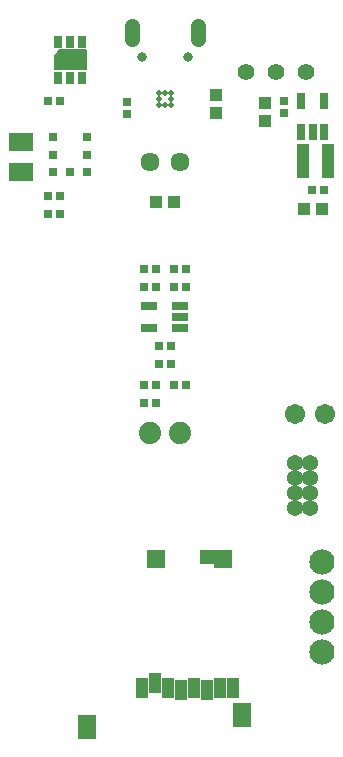
<source format=gbs>
G75*
G70*
%OFA0B0*%
%FSLAX24Y24*%
%IPPOS*%
%LPD*%
%AMOC8*
5,1,8,0,0,1.08239X$1,22.5*
%
%ADD10R,0.0395X0.0671*%
%ADD11R,0.0592X0.0631*%
%ADD12R,0.0631X0.0828*%
%ADD13R,0.0474X0.0454*%
%ADD14R,0.0552X0.0297*%
%ADD15R,0.0316X0.0316*%
%ADD16R,0.0277X0.0316*%
%ADD17R,0.0316X0.0277*%
%ADD18R,0.0159X0.0159*%
%ADD19R,0.0277X0.0395*%
%ADD20C,0.0050*%
%ADD21C,0.0200*%
%ADD22R,0.0828X0.0631*%
%ADD23R,0.0395X0.0434*%
%ADD24C,0.0556*%
%ADD25C,0.0634*%
%ADD26R,0.0434X0.0395*%
%ADD27C,0.0674*%
%ADD28C,0.0513*%
%ADD29C,0.0316*%
%ADD30R,0.0297X0.0552*%
%ADD31R,0.0395X0.1143*%
%ADD32C,0.0840*%
%ADD33C,0.0740*%
%ADD34C,0.0540*%
D10*
X005492Y003857D03*
X005925Y004014D03*
X006358Y003857D03*
X006791Y003778D03*
X007224Y003857D03*
X007657Y003778D03*
X008090Y003857D03*
X008523Y003857D03*
D11*
X008204Y008132D03*
X005960Y008132D03*
D12*
X003657Y002561D03*
X008834Y002955D03*
D13*
X007657Y008221D03*
D14*
X006767Y015834D03*
X006767Y016209D03*
X006767Y016583D03*
X005744Y016583D03*
X005744Y015834D03*
D15*
X006056Y015259D03*
X006456Y015259D03*
X006456Y014659D03*
X006056Y014659D03*
X005956Y013959D03*
X005556Y013959D03*
X005556Y013359D03*
X005956Y013359D03*
X006556Y013959D03*
X006956Y013959D03*
X006956Y017209D03*
X006556Y017209D03*
X006556Y017809D03*
X006956Y017809D03*
X005956Y017809D03*
X005556Y017809D03*
X005556Y017209D03*
X005956Y017209D03*
X002750Y019659D03*
X002350Y019659D03*
X002350Y020259D03*
X002750Y020259D03*
X005000Y022977D03*
X005000Y023377D03*
X002750Y023409D03*
X002350Y023409D03*
X010220Y023399D03*
X010220Y022999D03*
X011150Y020449D03*
X011550Y020449D03*
D16*
X003677Y021034D03*
X003677Y021625D03*
X003677Y022215D03*
X002535Y022215D03*
X002535Y021625D03*
X002535Y021034D03*
D17*
X003106Y021034D03*
D18*
X003106Y024774D03*
D19*
X003106Y024184D03*
X003500Y024184D03*
X002712Y024184D03*
X002712Y025365D03*
X003106Y025365D03*
X003500Y025365D03*
D20*
X003628Y025099D02*
X003628Y024469D01*
X002594Y024469D01*
X002594Y024922D01*
X002771Y025099D01*
X003628Y025099D01*
X003628Y025057D02*
X002729Y025057D01*
X002681Y025009D02*
X003628Y025009D01*
X003628Y024960D02*
X002632Y024960D01*
X002594Y024912D02*
X003628Y024912D01*
X003628Y024863D02*
X002594Y024863D01*
X002594Y024815D02*
X003628Y024815D01*
X003628Y024766D02*
X002594Y024766D01*
X002594Y024718D02*
X003628Y024718D01*
X003628Y024669D02*
X002594Y024669D01*
X002594Y024621D02*
X003628Y024621D01*
X003628Y024572D02*
X002594Y024572D01*
X002594Y024524D02*
X003628Y024524D01*
X003628Y024475D02*
X002594Y024475D01*
D21*
X006059Y023687D03*
X006256Y023687D03*
X006453Y023687D03*
X006453Y023490D03*
X006453Y023293D03*
X006256Y023293D03*
X006059Y023293D03*
X006059Y023490D03*
D22*
X001450Y022059D03*
X001450Y021059D03*
D23*
X007950Y023027D03*
X007950Y023627D03*
X009590Y023339D03*
X009590Y022739D03*
D24*
X009968Y024381D03*
X010968Y024381D03*
X008968Y024381D03*
D25*
X006756Y021375D03*
X005756Y021375D03*
D26*
X005956Y020059D03*
X006556Y020059D03*
X010890Y019809D03*
X011490Y019809D03*
D27*
X011600Y012964D03*
X010600Y012964D03*
D28*
X007348Y025492D02*
X007348Y025925D01*
X005163Y025925D02*
X005163Y025492D01*
D29*
X005488Y024882D03*
X007023Y024882D03*
D30*
X010806Y023400D03*
X011554Y023400D03*
X011554Y022377D03*
X011180Y022377D03*
X010806Y022377D03*
D31*
X010847Y021419D03*
X011713Y021419D03*
D32*
X011500Y008059D03*
X011500Y007059D03*
X011500Y006059D03*
X011500Y005059D03*
D33*
X006756Y012332D03*
X005756Y012332D03*
D34*
X010600Y011339D03*
X011100Y011339D03*
X011100Y010839D03*
X010600Y010839D03*
X010600Y010339D03*
X011100Y010339D03*
X011100Y009839D03*
X010600Y009839D03*
M02*

</source>
